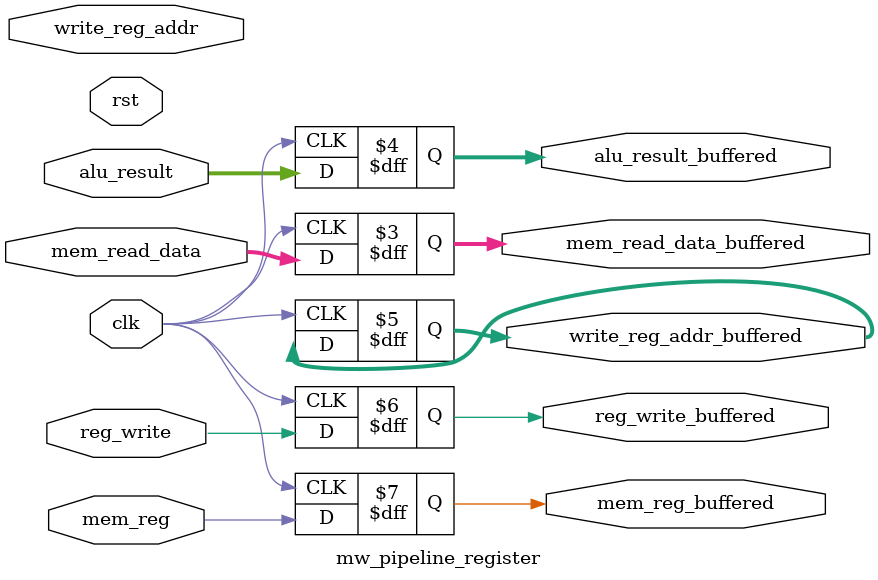
<source format=v>
module mw_pipeline_register(
	input wire clk,
	input wire rst,
	input wire [31:0] mem_read_data,
	input wire [31:0] alu_result,
	input wire [4:0] write_reg_addr,
	input wire reg_write,
	input wire mem_reg,
	output reg [31:0] mem_read_data_buffered,
	output reg [31:0] alu_result_buffered,
	output reg [4:0] write_reg_addr_buffered,
	output reg reg_write_buffered,
	output reg mem_reg_buffered
);

always @ (posedge rst) begin

end

always @ (posedge clk) begin
	mem_read_data_buffered <= mem_read_data;
	alu_result_buffered <= alu_result;
	write_reg_addr_buffered <= write_reg_addr_buffered;
	reg_write_buffered <= reg_write;
	mem_reg_buffered <= mem_reg;
end

endmodule
</source>
